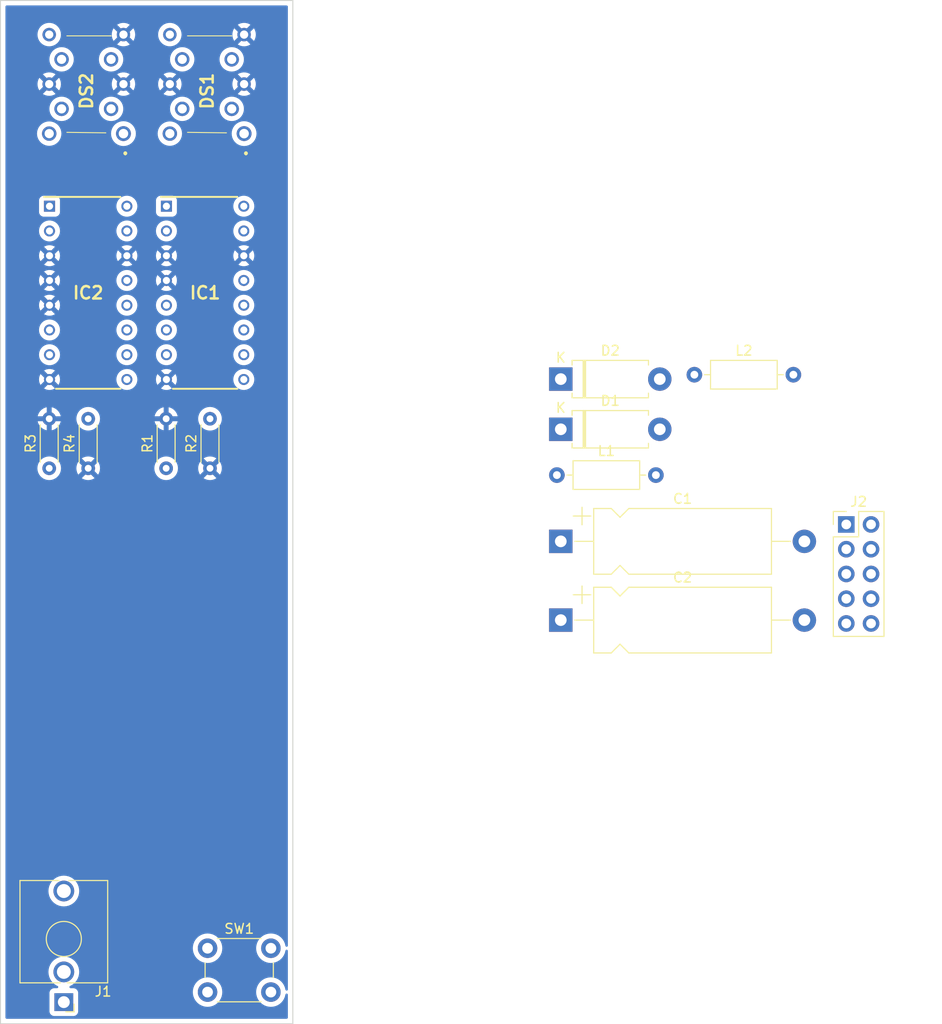
<source format=kicad_pcb>
(kicad_pcb (version 20211014) (generator pcbnew)
  (layers (0 "F.Cu" signal) (31 "B.Cu" signal) (34 "B.Paste" user) (35 "F.Paste" user) (36 "B.SilkS" user "B.Silkscreen") (37 "F.SilkS" user "F.Silkscreen") (38 "B.Mask" user) (39 "F.Mask" user) (44 "Edge.Cuts" user))
  (net 0 "")
  (net 1 "Net-(DS1-Pad1)")
  (net 2 "Net-(DS1-Pad2)")
  (net 3 "Net-(DS1-Pad4)")
  (net 4 "Net-(DS1-Pad6)")
  (net 5 "Net-(DS1-Pad7)")
  (net 6 "GND")
  (net 7 "Net-(DS1-Pad9)")
  (net 8 "Net-(DS1-Pad10)")
  (net 9 "Net-(DS2-Pad1)")
  (net 10 "Net-(DS2-Pad2)")
  (net 11 "Net-(DS2-Pad4)")
  (net 12 "Net-(DS2-Pad6)")
  (net 13 "Net-(DS2-Pad7)")
  (net 14 "Net-(DS2-Pad9)")
  (net 15 "Net-(DS2-Pad10)")
  (net 16 "Net-(IC1-Pad1)")
  (net 17 "Net-(IC1-Pad2)")
  (net 18 "Net-(IC1-Pad5)")
  (net 19 "Net-(IC1-Pad15)")
  (net 20 "+12V")
  (net 21 "Net-(IC2-Pad2)")
  (net 22 "Net-(IC2-Pad15)")
  (net 23 "GND1")
  (net 24 "-12VA")
  (net 25 "Net-(D1-Pad2)")
  (net 26 "Net-(D2-Pad1)")
  (net 27 "Net-(D1-Pad1)")
  (net 28 "Net-(D2-Pad2)")
  (footprint "Resistor_THT:R_Axial_DIN0204_L3.6mm_D1.6mm_P5.08mm_Horizontal" (layer "F.Cu") (at 72 83 90)
    (fp_text reference "R1" (at 2.54 -1.92 90) (layer "F.SilkS"))
    (fp_text value "CLK_INHB_PD")
    (fp_line (start 0.62 0.92) (end 4.46 0.92) (layer "F.SilkS") (width 0.12))
    (fp_line (start 0.62 -0.92) (end 4.46 -0.92) (layer "F.SilkS") (width 0.12))
    (pad "1" thru_hole circle locked (at 0 0 90) (size 1.4 1.4) (drill 0.7) (layers *.Cu *.Mask) (net 17 "Net-(IC1-Pad2)"))
    (pad "2" thru_hole oval locked (at 5.08 0 90) (size 1.4 1.4) (drill 0.7) (layers *.Cu *.Mask) (net 6 "GND"))
  )
  (footprint "Connector_Audio:Jack_3.5mm_QingPu_WQP-PJ398SM_Vertical_CircularHoles" (layer "F.Cu") (at 61.5 137.78 180)
    (fp_text reference "J1" (at -4.03 1.08) (layer "F.SilkS"))
    (fp_text value "CLOCK_IN")
    (fp_line (start -0.5 12.48) (end -4.5 12.48) (layer "F.SilkS") (width 0.12))
    (fp_line (start 4.5 12.48) (end 0.5 12.48) (layer "F.SilkS") (width 0.12))
    (fp_line (start 4.5 1.98) (end 0.35 1.98) (layer "F.SilkS") (width 0.12))
    (fp_line (start 4.5 1.98) (end 4.5 12.48) (layer "F.SilkS") (width 0.12))
    (fp_line (start -1.06 -1) (end -0.2 -1) (layer "F.SilkS") (width 0.12))
    (fp_line (start -1.06 -1) (end -1.06 -0.2) (layer "F.SilkS") (width 0.12))
    (fp_line (start -4.5 1.98) (end -4.5 12.48) (layer "F.SilkS") (width 0.12))
    (fp_line (start -0.35 1.98) (end -4.5 1.98) (layer "F.SilkS") (width 0.12))
    (fp_circle (center 0 6.48) (end 1.8 6.48) (layer "F.SilkS") (width 0.12) (fill none))
    (pad "S" thru_hole rect locked (at 0 0) (size 1.93 1.83) (drill 1.22) (layers *.Cu *.Mask) (net 23 "GND1"))
    (pad "T" thru_hole circle locked (at 0 11.4) (size 2.13 2.13) (drill 1.43) (layers *.Cu *.Mask) (net 16 "Net-(IC1-Pad1)"))
    (pad "TN" thru_hole circle locked (at 0 3.1) (size 2.13 2.13) (drill 1.42) (layers *.Cu *.Mask))
  )
  (footprint "SamacSys_Parts:DIP794W53P254L1930H508Q16N" (layer "F.Cu") (at 76 65)
    (fp_text reference "IC1" (at 0 0) (layer "F.SilkS") (effects (font (size 1.27 1.27) (thickness 0.254))))
    (fp_text value "CD4033BE" hide)
    (fp_line (start -3.3 9.845) (end 3.3 9.845) (layer "F.SilkS") (width 0.2))
    (fp_line (start -4.535 -9.845) (end 3.3 -9.845) (layer "F.SilkS") (width 0.2))
    (pad "1" thru_hole rect locked (at -3.97 -8.89) (size 1.13 1.13) (drill 0.73) (layers *.Cu *.Mask) (net 16 "Net-(IC1-Pad1)"))
    (pad "2" thru_hole circle locked (at -3.97 -6.35) (size 1.13 1.13) (drill 0.73) (layers *.Cu *.Mask) (net 17 "Net-(IC1-Pad2)"))
    (pad "3" thru_hole circle locked (at -3.97 -3.81) (size 1.13 1.13) (drill 0.73) (layers *.Cu *.Mask) (net 6 "GND"))
    (pad "4" thru_hole circle locked (at -3.97 -1.27) (size 1.13 1.13) (drill 0.73) (layers *.Cu *.Mask) (net 6 "GND"))
    (pad "5" thru_hole circle locked (at -3.97 1.27) (size 1.13 1.13) (drill 0.73) (layers *.Cu *.Mask) (net 18 "Net-(IC1-Pad5)"))
    (pad "6" thru_hole circle locked (at -3.97 3.81) (size 1.13 1.13) (drill 0.73) (layers *.Cu *.Mask) (net 8 "Net-(DS1-Pad10)"))
    (pad "7" thru_hole circle locked (at -3.97 6.35) (size 1.13 1.13) (drill 0.73) (layers *.Cu *.Mask) (net 7 "Net-(DS1-Pad9)"))
    (pad "8" thru_hole circle locked (at -3.97 8.89) (size 1.13 1.13) (drill 0.73) (layers *.Cu *.Mask) (net 6 "GND"))
    (pad "9" thru_hole circle locked (at 3.97 8.89) (size 1.13 1.13) (drill 0.73) (layers *.Cu *.Mask) (net 2 "Net-(DS1-Pad2)"))
    (pad "10" thru_hole circle locked (at 3.97 6.35) (size 1.13 1.13) (drill 0.73) (layers *.Cu *.Mask) (net 5 "Net-(DS1-Pad7)"))
    (pad "11" thru_hole circle locked (at 3.97 3.81) (size 1.13 1.13) (drill 0.73) (layers *.Cu *.Mask) (net 1 "Net-(DS1-Pad1)"))
    (pad "12" thru_hole circle locked (at 3.97 1.27) (size 1.13 1.13) (drill 0.73) (layers *.Cu *.Mask) (net 4 "Net-(DS1-Pad6)"))
    (pad "13" thru_hole circle locked (at 3.97 -1.27) (size 1.13 1.13) (drill 0.73) (layers *.Cu *.Mask) (net 3 "Net-(DS1-Pad4)"))
    (pad "14" thru_hole circle locked (at 3.97 -3.81) (size 1.13 1.13) (drill 0.73) (layers *.Cu *.Mask) (net 6 "GND"))
    (pad "15" thru_hole circle locked (at 3.97 -6.35) (size 1.13 1.13) (drill 0.73) (layers *.Cu *.Mask) (net 19 "Net-(IC1-Pad15)"))
    (pad "16" thru_hole circle locked (at 3.97 -8.89) (size 1.13 1.13) (drill 0.73) (layers *.Cu *.Mask) (net 20 "+12V"))
  )
  (footprint "Capacitor_THT:CP_Axial_L18.0mm_D6.5mm_P25.00mm_Horizontal" (layer "F.Cu") (at 112.5 90.5)
    (fp_text reference "C1" (at 12.5 -4.37) (layer "F.SilkS"))
    (fp_text value "330uf")
    (fp_line (start 6.08 -2.47) (end 6.98 -3.37) (layer "F.SilkS") (width 0.12))
    (fp_line (start 6.98 3.37) (end 21.62 3.37) (layer "F.SilkS") (width 0.12))
    (fp_line (start 3.38 -3.37) (end 5.18 -3.37) (layer "F.SilkS") (width 0.12))
    (fp_line (start 6.98 -3.37) (end 21.62 -3.37) (layer "F.SilkS") (width 0.12))
    (fp_line (start 2.18 -3.5) (end 2.18 -1.7) (layer "F.SilkS") (width 0.12))
    (fp_line (start 1.28 -2.6) (end 3.08 -2.6) (layer "F.SilkS") (width 0.12))
    (fp_line (start 5.18 -3.37) (end 6.08 -2.47) (layer "F.SilkS") (width 0.12))
    (fp_line (start 23.56 0) (end 21.62 0) (layer "F.SilkS") (width 0.12))
    (fp_line (start 6.08 2.47) (end 6.98 3.37) (layer "F.SilkS") (width 0.12))
    (fp_line (start 1.44 0) (end 3.38 0) (layer "F.SilkS") (width 0.12))
    (fp_line (start 3.38 -3.37) (end 3.38 3.37) (layer "F.SilkS") (width 0.12))
    (fp_line (start 21.62 -3.37) (end 21.62 3.37) (layer "F.SilkS") (width 0.12))
    (fp_line (start 3.38 3.37) (end 5.18 3.37) (layer "F.SilkS") (width 0.12))
    (fp_line (start 5.18 3.37) (end 6.08 2.47) (layer "F.SilkS") (width 0.12))
    (pad "1" thru_hole rect locked (at 0 0) (size 2.4 2.4) (drill 1.2) (layers *.Cu *.Mask) (net 20 "+12V"))
    (pad "2" thru_hole oval locked (at 25 0) (size 2.4 2.4) (drill 1.2) (layers *.Cu *.Mask) (net 6 "GND"))
  )
  (footprint "SamacSys_Parts:TDSR0760" (layer "F.Cu") (at 80 48.66 90)
    (fp_text reference "DS1" (at 4.365 -3.798 90) (layer "F.SilkS") (effects (font (size 1.27 1.27) (thickness 0.254))))
    (fp_text value "TDSR0760" hide)
    (fp_line (start 0.13 -5.81) (end 0.08 -1.81) (layer "F.SilkS") (width 0.1))
    (fp_line (start -1.92 0.19) (end -1.92 0.19) (layer "F.SilkS") (width 0.2))
    (fp_line (start 10.03 -5.81) (end 10.03 -1.27) (layer "F.SilkS") (width 0.1))
    (fp_line (start -2.12 0.19) (end -2.12 0.19) (layer "F.SilkS") (width 0.2))
    (fp_arc (start -2.12 0.19) (mid -2.02 0.09) (end -1.92 0.19) (layer "F.SilkS") (width 0.2))
    (fp_arc (start -1.92 0.19) (mid -2.02 0.29) (end -2.12 0.19) (layer "F.SilkS") (width 0.2))
    (pad "1" thru_hole circle locked (at 0 0 90) (size 1.524 1.524) (drill 0.98) (layers *.Cu *.Mask) (net 1 "Net-(DS1-Pad1)"))
    (pad "2" thru_hole circle locked (at 2.54 -1.27 90) (size 1.478 1.478) (drill 0.95) (layers *.Cu *.Mask) (net 2 "Net-(DS1-Pad2)"))
    (pad "3" thru_hole circle locked (at 5.08 0 90) (size 1.381 1.381) (drill 0.85) (layers *.Cu *.Mask) (net 6 "GND"))
    (pad "4" thru_hole circle locked (at 7.62 -1.27 90) (size 1.478 1.478) (drill 0.95) (layers *.Cu *.Mask) (net 3 "Net-(DS1-Pad4)"))
    (pad "5" thru_hole circle locked (at 10.16 0 90) (size 1.381 1.381) (drill 0.85) (layers *.Cu *.Mask) (net 6 "GND"))
    (pad "6" thru_hole circle locked (at 10.16 -7.62 90) (size 1.381 1.381) (drill 0.85) (layers *.Cu *.Mask) (net 4 "Net-(DS1-Pad6)"))
    (pad "7" thru_hole circle locked (at 7.62 -6.35 90) (size 1.478 1.478) (drill 0.95) (layers *.Cu *.Mask) (net 5 "Net-(DS1-Pad7)"))
    (pad "8" thru_hole circle locked (at 5.08 -7.62 90) (size 1.381 1.381) (drill 0.85) (layers *.Cu *.Mask) (net 6 "GND"))
    (pad "9" thru_hole circle locked (at 2.54 -6.35 90) (size 1.478 1.478) (drill 0.95) (layers *.Cu *.Mask) (net 7 "Net-(DS1-Pad9)"))
    (pad "10" thru_hole circle locked (at 0 -7.62 90) (size 1.478 1.478) (drill 0.95) (layers *.Cu *.Mask) (net 8 "Net-(DS1-Pad10)"))
  )
  (footprint "Resistor_THT:R_Axial_DIN0204_L3.6mm_D1.6mm_P5.08mm_Horizontal" (layer "F.Cu") (at 60 83 90)
    (fp_text reference "R3" (at 2.54 -1.92 90) (layer "F.SilkS"))
    (fp_text value "CLK_INHB_PD")
    (fp_line (start 0.62 0.92) (end 4.46 0.92) (layer "F.SilkS") (width 0.12))
    (fp_line (start 0.62 -0.92) (end 4.46 -0.92) (layer "F.SilkS") (width 0.12))
    (pad "1" thru_hole circle locked (at 0 0 90) (size 1.4 1.4) (drill 0.7) (layers *.Cu *.Mask) (net 21 "Net-(IC2-Pad2)"))
    (pad "2" thru_hole oval locked (at 5.08 0 90) (size 1.4 1.4) (drill 0.7) (layers *.Cu *.Mask) (net 6 "GND"))
  )
  (footprint "SamacSys_Parts:DIP794W53P254L1930H508Q16N" (layer "F.Cu") (at 64 65)
    (fp_text reference "IC2" (at 0 0) (layer "F.SilkS") (effects (font (size 1.27 1.27) (thickness 0.254))))
    (fp_text value "CD4033BE" hide)
    (fp_line (start -3.3 9.845) (end 3.3 9.845) (layer "F.SilkS") (width 0.2))
    (fp_line (start -4.535 -9.845) (end 3.3 -9.845) (layer "F.SilkS") (width 0.2))
    (pad "1" thru_hole rect locked (at -3.97 -8.89) (size 1.13 1.13) (drill 0.73) (layers *.Cu *.Mask) (net 18 "Net-(IC1-Pad5)"))
    (pad "2" thru_hole circle locked (at -3.97 -6.35) (size 1.13 1.13) (drill 0.73) (layers *.Cu *.Mask) (net 21 "Net-(IC2-Pad2)"))
    (pad "3" thru_hole circle locked (at -3.97 -3.81) (size 1.13 1.13) (drill 0.73) (layers *.Cu *.Mask) (net 6 "GND"))
    (pad "4" thru_hole circle locked (at -3.97 -1.27) (size 1.13 1.13) (drill 0.73) (layers *.Cu *.Mask) (net 6 "GND"))
    (pad "5" thru_hole circle locked (at -3.97 1.27) (size 1.13 1.13) (drill 0.73) (layers *.Cu *.Mask) (net 6 "GND"))
    (pad "6" thru_hole circle locked (at -3.97 3.81) (size 1.13 1.13) (drill 0.73) (layers *.Cu *.Mask) (net 15 "Net-(DS2-Pad10)"))
    (pad "7" thru_hole circle locked (at -3.97 6.35) (size 1.13 1.13) (drill 0.73) (layers *.Cu *.Mask) (net 14 "Net-(DS2-Pad9)"))
    (pad "8" thru_hole circle locked (at -3.97 8.89) (size 1.13 1.13) (drill 0.73) (layers *.Cu *.Mask) (net 6 "GND"))
    (pad "9" thru_hole circle locked (at 3.97 8.89) (size 1.13 1.13) (drill 0.73) (layers *.Cu *.Mask) (net 10 "Net-(DS2-Pad2)"))
    (pad "10" thru_hole circle locked (at 3.97 6.35) (size 1.13 1.13) (drill 0.73) (layers *.Cu *.Mask) (net 13 "Net-(DS2-Pad7)"))
    (pad "11" thru_hole circle locked (at 3.97 3.81) (size 1.13 1.13) (drill 0.73) (layers *.Cu *.Mask) (net 9 "Net-(DS2-Pad1)"))
    (pad "12" thru_hole circle locked (at 3.97 1.27) (size 1.13 1.13) (drill 0.73) (layers *.Cu *.Mask) (net 12 "Net-(DS2-Pad6)"))
    (pad "13" thru_hole circle locked (at 3.97 -1.27) (size 1.13 1.13) (drill 0.73) (layers *.Cu *.Mask) (net 11 "Net-(DS2-Pad4)"))
    (pad "14" thru_hole circle locked (at 3.97 -3.81) (size 1.13 1.13) (drill 0.73) (layers *.Cu *.Mask) (net 6 "GND"))
    (pad "15" thru_hole circle locked (at 3.97 -6.35) (size 1.13 1.13) (drill 0.73) (layers *.Cu *.Mask) (net 22 "Net-(IC2-Pad15)"))
    (pad "16" thru_hole circle locked (at 3.97 -8.89) (size 1.13 1.13) (drill 0.73) (layers *.Cu *.Mask) (net 20 "+12V"))
  )
  (footprint "Button_Switch_THT:SW_PUSH_6mm" (layer "F.Cu") (at 76.25 132.25)
    (fp_text reference "SW1" (at 3.25 -2) (layer "F.SilkS"))
    (fp_text value "RESET")
    (fp_line (start 6.75 3) (end 6.75 1.5) (layer "F.SilkS") (width 0.12))
    (fp_line (start -0.25 1.5) (end -0.25 3) (layer "F.SilkS") (width 0.12))
    (fp_line (start 5.5 -1) (end 1 -1) (layer "F.SilkS") (width 0.12))
    (fp_line (start 1 5.5) (end 5.5 5.5) (layer "F.SilkS") (width 0.12))
    (pad "1" thru_hole circle locked (at 6.5 0 90) (size 2 2) (drill 1.1) (layers *.Cu *.Mask) (net 20 "+12V"))
    (pad "1" thru_hole circle locked (at 0 0 90) (size 2 2) (drill 1.1) (layers *.Cu *.Mask) (net 20 "+12V"))
    (pad "2" thru_hole circle locked (at 6.5 4.5 90) (size 2 2) (drill 1.1) (layers *.Cu *.Mask) (net 19 "Net-(IC1-Pad15)"))
    (pad "2" thru_hole circle locked (at 0 4.5 90) (size 2 2) (drill 1.1) (layers *.Cu *.Mask) (net 19 "Net-(IC1-Pad15)"))
  )
  (footprint "Inductor_THT:L_Axial_L6.6mm_D2.7mm_P10.16mm_Horizontal_Vishay_IM-2" (layer "F.Cu") (at 112.1 83.7)
    (fp_text reference "L1" (at 5.08 -2.47) (layer "F.SilkS"))
    (fp_text value "220uH")
    (fp_line (start 9.12 0) (end 8.5 0) (layer "F.SilkS") (width 0.12))
    (fp_line (start 1.04 0) (end 1.66 0) (layer "F.SilkS") (width 0.12))
    (fp_line (start 8.5 1.47) (end 8.5 -1.47) (layer "F.SilkS") (width 0.12))
    (fp_line (start 1.66 1.47) (end 8.5 1.47) (layer "F.SilkS") (width 0.12))
    (fp_line (start 1.66 -1.47) (end 1.66 1.47) (layer "F.SilkS") (width 0.12))
    (fp_line (start 8.5 -1.47) (end 1.66 -1.47) (layer "F.SilkS") (width 0.12))
    (pad "1" thru_hole circle locked (at 0 0) (size 1.6 1.6) (drill 0.8) (layers *.Cu *.Mask) (net 20 "+12V"))
    (pad "2" thru_hole oval locked (at 10.16 0) (size 1.6 1.6) (drill 0.8) (layers *.Cu *.Mask) (net 27 "Net-(D1-Pad1)"))
  )
  (footprint "Resistor_THT:R_Axial_DIN0204_L3.6mm_D1.6mm_P5.08mm_Horizontal" (layer "F.Cu") (at 64 83 90)
    (fp_text reference "R4" (at 2.54 -1.92 90) (layer "F.SilkS"))
    (fp_text value "RESET_PD")
    (fp_line (start 0.62 0.92) (end 4.46 0.92) (layer "F.SilkS") (width 0.12))
    (fp_line (start 0.62 -0.92) (end 4.46 -0.92) (layer "F.SilkS") (width 0.12))
    (pad "1" thru_hole circle locked (at 0 0 90) (size 1.4 1.4) (drill 0.7) (layers *.Cu *.Mask) (net 6 "GND"))
    (pad "2" thru_hole oval locked (at 5.08 0 90) (size 1.4 1.4) (drill 0.7) (layers *.Cu *.Mask) (net 22 "Net-(IC2-Pad15)"))
  )
  (footprint "Diode_THT:D_DO-15_P10.16mm_Horizontal" (layer "F.Cu") (at 112.5 79)
    (fp_text reference "D1" (at 5.08 -2.92) (layer "F.SilkS"))
    (fp_text value "1N4001")
    (fp_text user "K" (at 0 -2.2) (layer "F.SilkS"))
    (fp_line (start 9 1.92) (end 9 1.44) (layer "F.SilkS") (width 0.12))
    (fp_line (start 9 -1.92) (end 9 -1.44) (layer "F.SilkS") (width 0.12))
    (fp_line (start 2.3 -1.92) (end 2.3 1.92) (layer "F.SilkS") (width 0.12))
    (fp_line (start 1.16 1.44) (end 1.16 1.92) (layer "F.SilkS") (width 0.12))
    (fp_line (start 1.16 -1.92) (end 9 -1.92) (layer "F.SilkS") (width 0.12))
    (fp_line (start 2.42 -1.92) (end 2.42 1.92) (layer "F.SilkS") (width 0.12))
    (fp_line (start 1.16 -1.44) (end 1.16 -1.92) (layer "F.SilkS") (width 0.12))
    (fp_line (start 2.54 -1.92) (end 2.54 1.92) (layer "F.SilkS") (width 0.12))
    (fp_line (start 1.16 1.92) (end 9 1.92) (layer "F.SilkS") (width 0.12))
    (pad "1" thru_hole rect locked (at 0 0) (size 2.4 2.4) (drill 1.2) (layers *.Cu *.Mask) (net 27 "Net-(D1-Pad1)"))
    (pad "2" thru_hole oval locked (at 10.16 0) (size 2.4 2.4) (drill 1.2) (layers *.Cu *.Mask) (net 25 "Net-(D1-Pad2)"))
  )
  (footprint "Capacitor_THT:CP_Axial_L18.0mm_D6.5mm_P25.00mm_Horizontal" (layer "F.Cu") (at 112.5 98.58)
    (fp_text reference "C2" (at 12.5 -4.37) (layer "F.SilkS"))
    (fp_text value "47uF")
    (fp_line (start 1.28 -2.6) (end 3.08 -2.6) (layer "F.SilkS") (width 0.12))
    (fp_line (start 21.62 -3.37) (end 21.62 3.37) (layer "F.SilkS") (width 0.12))
    (fp_line (start 6.98 -3.37) (end 21.62 -3.37) (layer "F.SilkS") (width 0.12))
    (fp_line (start 6.08 2.47) (end 6.98 3.37) (layer "F.SilkS") (width 0.12))
    (fp_line (start 5.18 3.37) (end 6.08 2.47) (layer "F.SilkS") (width 0.12))
    (fp_line (start 3.38 -3.37) (end 5.18 -3.37) (layer "F.SilkS") (width 0.12))
    (fp_line (start 3.38 3.37) (end 5.18 3.37) (layer "F.SilkS") (width 0.12))
    (fp_line (start 6.98 3.37) (end 21.62 3.37) (layer "F.SilkS") (width 0.12))
    (fp_line (start 3.38 -3.37) (end 3.38 3.37) (layer "F.SilkS") (width 0.12))
    (fp_line (start 1.44 0) (end 3.38 0) (layer "F.SilkS") (width 0.12))
    (fp_line (start 23.56 0) (end 21.62 0) (layer "F.SilkS") (width 0.12))
    (fp_line (start 6.08 -2.47) (end 6.98 -3.37) (layer "F.SilkS") (width 0.12))
    (fp_line (start 5.18 -3.37) (end 6.08 -2.47) (layer "F.SilkS") (width 0.12))
    (fp_line (start 2.18 -3.5) (end 2.18 -1.7) (layer "F.SilkS") (width 0.12))
    (pad "1" thru_hole rect locked (at 0 0) (size 2.4 2.4) (drill 1.2) (layers *.Cu *.Mask) (net 6 "GND"))
    (pad "2" thru_hole oval locked (at 25 0) (size 2.4 2.4) (drill 1.2) (layers *.Cu *.Mask) (net 24 "-12VA"))
  )
  (footprint "Inductor_THT:L_Axial_L6.6mm_D2.7mm_P10.16mm_Horizontal_Vishay_IM-2" (layer "F.Cu") (at 126.21 73.4)
    (fp_text reference "L2" (at 5.08 -2.47) (layer "F.SilkS"))
    (fp_text value "220uH")
    (fp_line (start 8.5 -1.47) (end 1.66 -1.47) (layer "F.SilkS") (width 0.12))
    (fp_line (start 8.5 1.47) (end 8.5 -1.47) (layer "F.SilkS") (width 0.12))
    (fp_line (start 1.66 1.47) (end 8.5 1.47) (layer "F.SilkS") (width 0.12))
    (fp_line (start 9.12 0) (end 8.5 0) (layer "F.SilkS") (width 0.12))
    (fp_line (start 1.04 0) (end 1.66 0) (layer "F.SilkS") (width 0.12))
    (fp_line (start 1.66 -1.47) (end 1.66 1.47) (layer "F.SilkS") (width 0.12))
    (pad "1" thru_hole circle locked (at 0 0) (size 1.6 1.6) (drill 0.8) (layers *.Cu *.Mask) (net 24 "-12VA"))
    (pad "2" thru_hole oval locked (at 10.16 0) (size 1.6 1.6) (drill 0.8) (layers *.Cu *.Mask) (net 28 "Net-(D2-Pad2)"))
  )
  (footprint "Resistor_THT:R_Axial_DIN0204_L3.6mm_D1.6mm_P5.08mm_Horizontal" (layer "F.Cu") (at 76.5 83 90)
    (fp_text reference "R2" (at 2.54 -1.92 90) (layer "F.SilkS"))
    (fp_text value "RESET_PD")
    (fp_line (start 0.62 0.92) (end 4.46 0.92) (layer "F.SilkS") (width 0.12))
    (fp_line (start 0.62 -0.92) (end 4.46 -0.92) (layer "F.SilkS") (width 0.12))
    (pad "1" thru_hole circle locked (at 0 0 90) (size 1.4 1.4) (drill 0.7) (layers *.Cu *.Mask) (net 6 "GND"))
    (pad "2" thru_hole oval locked (at 5.08 0 90) (size 1.4 1.4) (drill 0.7) (layers *.Cu *.Mask) (net 19 "Net-(IC1-Pad15)"))
  )
  (footprint "Diode_THT:D_DO-15_P10.16mm_Horizontal" (layer "F.Cu") (at 112.5 73.85)
    (fp_text reference "D2" (at 5.08 -2.92) (layer "F.SilkS"))
    (fp_text value "1N4001")
    (fp_text user "K" (at 0 -2.2) (layer "F.SilkS"))
    (fp_line (start 2.3 -1.92) (end 2.3 1.92) (layer "F.SilkS") (width 0.12))
    (fp_line (start 2.42 -1.92) (end 2.42 1.92) (layer "F.SilkS") (width 0.12))
    (fp_line (start 1.16 1.92) (end 9 1.92) (layer "F.SilkS") (width 0.12))
    (fp_line (start 1.16 -1.44) (end 1.16 -1.92) (layer "F.SilkS") (width 0.12))
    (fp_line (start 1.16 -1.92) (end 9 -1.92) (layer "F.SilkS") (width 0.12))
    (fp_line (start 9 1.92) (end 9 1.44) (layer "F.SilkS") (width 0.12))
    (fp_line (start 2.54 -1.92) (end 2.54 1.92) (layer "F.SilkS") (width 0.12))
    (fp_line (start 1.16 1.44) (end 1.16 1.92) (layer "F.SilkS") (width 0.12))
    (fp_line (start 9 -1.92) (end 9 -1.44) (layer "F.SilkS") (width 0.12))
    (pad "1" thru_hole rect locked (at 0 0) (size 2.4 2.4) (drill 1.2) (layers *.Cu *.Mask) (net 26 "Net-(D2-Pad1)"))
    (pad "2" thru_hole oval locked (at 10.16 0) (size 2.4 2.4) (drill 1.2) (layers *.Cu *.Mask) (net 28 "Net-(D2-Pad2)"))
  )
  (footprint "SamacSys_Parts:TDSR0760" (layer "F.Cu") (at 67.62 48.66 90)
    (fp_text reference "DS2" (at 4.365 -3.798 90) (layer "F.SilkS") (effects (font (size 1.27 1.27) (thickness 0.254))))
    (fp_text value "TDSR0760" hide)
    (fp_line (start 10.03 -5.81) (end 10.03 -1.27) (layer "F.SilkS") (width 0.1))
    (fp_line (start 0.13 -5.81) (end 0.08 -1.81) (layer "F.SilkS") (width 0.1))
    (fp_line (start -2.12 0.19) (end -2.12 0.19) (layer "F.SilkS") (width 0.2))
    (fp_line (start -1.92 0.19) (end -1.92 0.19) (layer "F.SilkS") (width 0.2))
    (fp_arc (start -1.92 0.19) (mid -2.02 0.29) (end -2.12 0.19) (layer "F.SilkS") (width 0.2))
    (fp_arc (start -2.12 0.19) (mid -2.02 0.09) (end -1.92 0.19) (layer "F.SilkS") (width 0.2))
    (pad "1" thru_hole circle locked (at 0 0 90) (size 1.524 1.524) (drill 0.98) (layers *.Cu *.Mask) (net 9 "Net-(DS2-Pad1)"))
    (pad "2" thru_hole circle locked (at 2.54 -1.27 90) (size 1.478 1.478) (drill 0.95) (layers *.Cu *.Mask) (net 10 "Net-(DS2-Pad2)"))
    (pad "3" thru_hole circle locked (at 5.08 0 90) (size 1.381 1.381) (drill 0.85) (layers *.Cu *.Mask) (net 6 "GND"))
    (pad "4" thru_hole circle locked (at 7.62 -1.27 90) (size 1.478 1.478) (drill 0.95) (layers *.Cu *.Mask) (net 11 "Net-(DS2-Pad4)"))
    (pad "5" thru_hole circle locked (at 10.16 0 90) (size 1.381 1.381) (drill 0.85) (layers *.Cu *.Mask) (net 6 "GND"))
    (pad "6" thru_hole circle locked (at 10.16 -7.62 90) (size 1.381 1.381) (drill 0.85) (layers *.Cu *.Mask) (net 12 "Net-(DS2-Pad6)"))
    (pad "7" thru_hole circle locked (at 7.62 -6.35 90) (size 1.478 1.478) (drill 0.95) (layers *.Cu *.Mask) (net 13 "Net-(DS2-Pad7)"))
    (pad "8" thru_hole circle locked (at 5.08 -7.62 90) (size 1.381 1.381) (drill 0.85) (layers *.Cu *.Mask) (net 6 "GND"))
    (pad "9" thru_hole circle locked (at 2.54 -6.35 90) (size 1.478 1.478) (drill 0.95) (layers *.Cu *.Mask) (net 14 "Net-(DS2-Pad9)"))
    (pad "10" thru_hole circle locked (at 0 -7.62 90) (size 1.478 1.478) (drill 0.95) (layers *.Cu *.Mask) (net 15 "Net-(DS2-Pad10)"))
  )
  (footprint "Connector_PinHeader_2.54mm:PinHeader_2x05_P2.54mm_Vertical" (layer "F.Cu") (at 141.8 88.765)
    (fp_text reference "J2" (at 1.27 -2.33) (layer "F.SilkS"))
    (fp_text value "Conn_02x05_Odd_Even")
    (fp_line (start -1.33 0) (end -1.33 -1.33) (layer "F.SilkS") (width 0.12))
    (fp_line (start -1.33 11.49) (end 3.87 11.49) (layer "F.SilkS") (width 0.12))
    (fp_line (start 1.27 1.27) (end 1.27 -1.33) (layer "F.SilkS") (width 0.12))
    (fp_line (start -1.33 -1.33) (end 0 -1.33) (layer "F.SilkS") (width 0.12))
    (fp_line (start 3.87 -1.33) (end 3.87 11.49) (layer "F.SilkS") (width 0.12))
    (fp_line (start -1.33 1.27) (end -1.33 11.49) (layer "F.SilkS") (width 0.12))
    (fp_line (start 1.27 -1.33) (end 3.87 -1.33) (layer "F.SilkS") (width 0.12))
    (fp_line (start -1.33 1.27) (end 1.27 1.27) (layer "F.SilkS") (width 0.12))
    (pad "1" thru_hole rect locked (at 0 0) (size 1.7 1.7) (drill 1) (layers *.Cu *.Mask) (net 25 "Net-(D1-Pad2)"))
    (pad "2" thru_hole oval locked (at 2.54 0) (size 1.7 1.7) (drill 1) (layers *.Cu *.Mask) (net 25 "Net-(D1-Pad2)"))
    (pad "3" thru_hole oval locked (at 0 2.54) (size 1.7 1.7) (drill 1) (layers *.Cu *.Mask) (net 6 "GND"))
    (pad "4" thru_hole oval locked (at 2.54 2.54) (size 1.7 1.7) (drill 1) (layers *.Cu *.Mask) (net 6 "GND"))
    (pad "5" thru_hole oval locked (at 0 5.08) (size 1.7 1.7) (drill 1) (layers *.Cu *.Mask) (net 6 "GND"))
    (pad "6" thru_hole oval locked (at 2.54 5.08) (size 1.7 1.7) (drill 1) (layers *.Cu *.Mask) (net 6 "GND"))
    (pad "7" thru_hole oval locked (at 0 7.62) (size 1.7 1.7) (drill 1) (layers *.Cu *.Mask) (net 6 "GND"))
    (pad "8" thru_hole oval locked (at 2.54 7.62) (size 1.7 1.7) (drill 1) (layers *.Cu *.Mask) (net 6 "GND"))
    (pad "9" thru_hole oval locked (at 0 10.16) (size 1.7 1.7) (drill 1) (layers *.Cu *.Mask) (net 26 "Net-(D2-Pad1)"))
    (pad "10" thru_hole oval locked (at 2.54 10.16) (size 1.7 1.7) (drill 1) (layers *.Cu *.Mask) (net 26 "Net-(D2-Pad1)"))
  )
  (gr_line locked (start 55 140) (end 85 140) (layer "Edge.Cuts") (width 0.1))
  (gr_line locked (start 55 35) (end 85 35) (layer "Edge.Cuts") (width 0.1))
  (gr_line locked (start 55 35) (end 55 140) (layer "Edge.Cuts") (width 0.1))
  (gr_line locked (start 85 35) (end 85 140) (layer "Edge.Cuts") (width 0.1))
  (zone (net 6) (net_name "GND") (layer "B.Cu") (name "GroundPlane") (connect_pads (clearance 0.508)) (min_thickness 0.254) (fill yes (thermal_gap 0.508) (thermal_bridge_width 0.508))
    (polygon (pts (xy 85 140) (xy 55 140) (xy 55 35) (xy 85 35)))
  )
)
</source>
